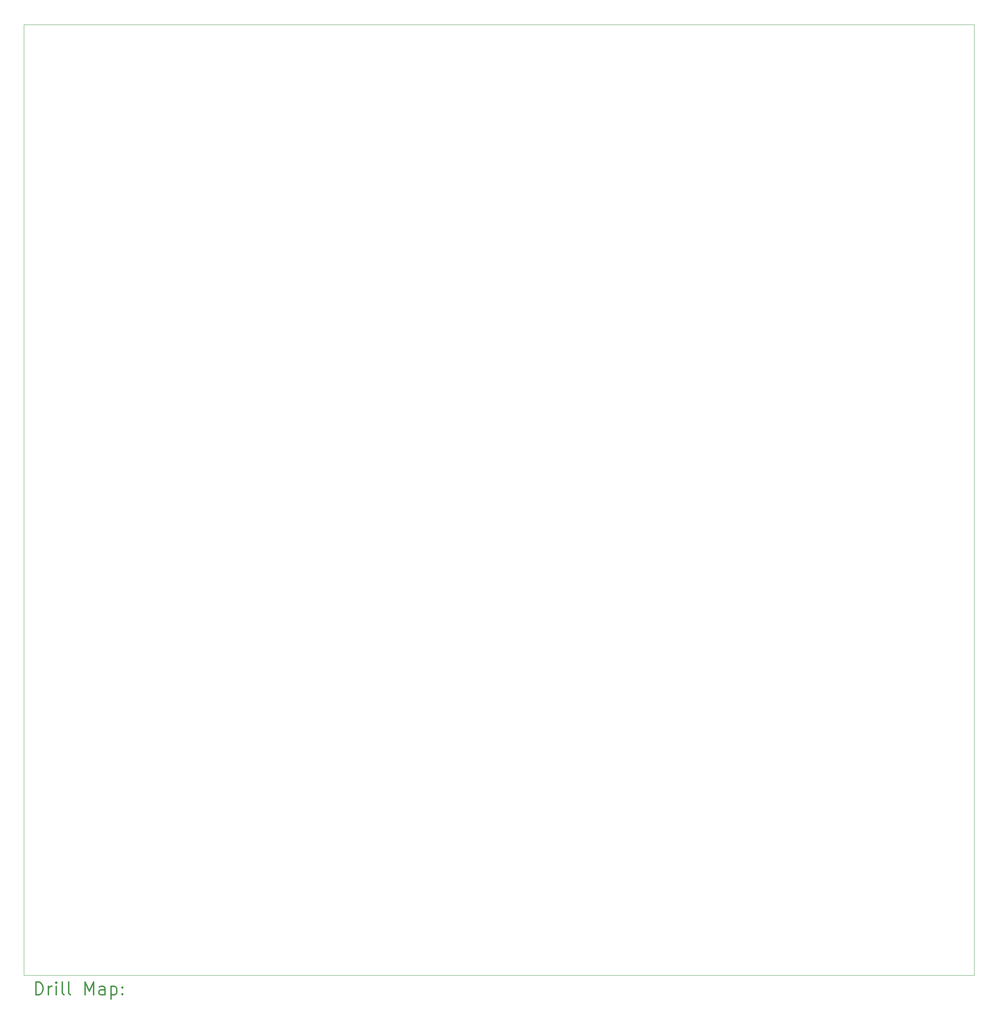
<source format=gbr>
%FSLAX45Y45*%
G04 Gerber Fmt 4.5, Leading zero omitted, Abs format (unit mm)*
G04 Created by KiCad (PCBNEW 5.1.10) date 2021-08-05 21:40:24*
%MOMM*%
%LPD*%
G01*
G04 APERTURE LIST*
%TA.AperFunction,Profile*%
%ADD10C,0.050000*%
%TD*%
%ADD11C,0.200000*%
%ADD12C,0.300000*%
G04 APERTURE END LIST*
D10*
X6096000Y-508000D02*
X28702000Y-508000D01*
X6096000Y-23114000D02*
X6096000Y-508000D01*
X28702000Y-23114000D02*
X6096000Y-23114000D01*
X28702000Y-508000D02*
X28702000Y-23114000D01*
D11*
D12*
X6379928Y-23582214D02*
X6379928Y-23282214D01*
X6451357Y-23282214D01*
X6494214Y-23296500D01*
X6522786Y-23325071D01*
X6537071Y-23353643D01*
X6551357Y-23410786D01*
X6551357Y-23453643D01*
X6537071Y-23510786D01*
X6522786Y-23539357D01*
X6494214Y-23567929D01*
X6451357Y-23582214D01*
X6379928Y-23582214D01*
X6679928Y-23582214D02*
X6679928Y-23382214D01*
X6679928Y-23439357D02*
X6694214Y-23410786D01*
X6708500Y-23396500D01*
X6737071Y-23382214D01*
X6765643Y-23382214D01*
X6865643Y-23582214D02*
X6865643Y-23382214D01*
X6865643Y-23282214D02*
X6851357Y-23296500D01*
X6865643Y-23310786D01*
X6879928Y-23296500D01*
X6865643Y-23282214D01*
X6865643Y-23310786D01*
X7051357Y-23582214D02*
X7022786Y-23567929D01*
X7008500Y-23539357D01*
X7008500Y-23282214D01*
X7208500Y-23582214D02*
X7179928Y-23567929D01*
X7165643Y-23539357D01*
X7165643Y-23282214D01*
X7551357Y-23582214D02*
X7551357Y-23282214D01*
X7651357Y-23496500D01*
X7751357Y-23282214D01*
X7751357Y-23582214D01*
X8022786Y-23582214D02*
X8022786Y-23425071D01*
X8008500Y-23396500D01*
X7979928Y-23382214D01*
X7922786Y-23382214D01*
X7894214Y-23396500D01*
X8022786Y-23567929D02*
X7994214Y-23582214D01*
X7922786Y-23582214D01*
X7894214Y-23567929D01*
X7879928Y-23539357D01*
X7879928Y-23510786D01*
X7894214Y-23482214D01*
X7922786Y-23467929D01*
X7994214Y-23467929D01*
X8022786Y-23453643D01*
X8165643Y-23382214D02*
X8165643Y-23682214D01*
X8165643Y-23396500D02*
X8194214Y-23382214D01*
X8251357Y-23382214D01*
X8279928Y-23396500D01*
X8294214Y-23410786D01*
X8308500Y-23439357D01*
X8308500Y-23525071D01*
X8294214Y-23553643D01*
X8279928Y-23567929D01*
X8251357Y-23582214D01*
X8194214Y-23582214D01*
X8165643Y-23567929D01*
X8437071Y-23553643D02*
X8451357Y-23567929D01*
X8437071Y-23582214D01*
X8422786Y-23567929D01*
X8437071Y-23553643D01*
X8437071Y-23582214D01*
X8437071Y-23396500D02*
X8451357Y-23410786D01*
X8437071Y-23425071D01*
X8422786Y-23410786D01*
X8437071Y-23396500D01*
X8437071Y-23425071D01*
M02*

</source>
